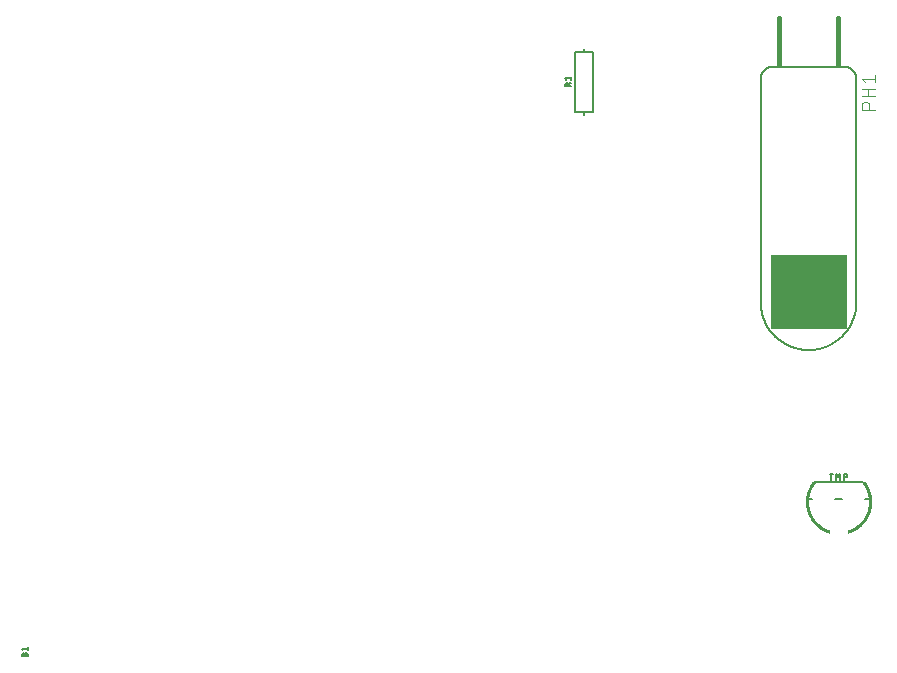
<source format=gbr>
G04 EAGLE Gerber RS-274X export*
G75*
%MOMM*%
%FSLAX34Y34*%
%LPD*%
%INSilkscreen Top*%
%IPPOS*%
%AMOC8*
5,1,8,0,0,1.08239X$1,22.5*%
G01*
%ADD10C,0.127000*%
%ADD11C,0.203200*%
%ADD12C,0.400000*%
%ADD13R,6.500000X6.250000*%
%ADD14C,0.101600*%
%ADD15C,0.020319*%


D10*
X-943116Y618381D02*
X-943116Y619722D01*
X-943117Y619722D02*
X-943115Y619793D01*
X-943109Y619865D01*
X-943100Y619935D01*
X-943087Y620005D01*
X-943070Y620075D01*
X-943049Y620143D01*
X-943025Y620210D01*
X-942997Y620276D01*
X-942966Y620340D01*
X-942931Y620403D01*
X-942893Y620463D01*
X-942852Y620522D01*
X-942808Y620578D01*
X-942761Y620632D01*
X-942712Y620683D01*
X-942659Y620731D01*
X-942604Y620777D01*
X-942547Y620819D01*
X-942487Y620859D01*
X-942426Y620895D01*
X-942362Y620928D01*
X-942297Y620957D01*
X-942231Y620983D01*
X-942163Y621006D01*
X-942094Y621025D01*
X-942024Y621040D01*
X-941954Y621051D01*
X-941883Y621059D01*
X-941812Y621063D01*
X-941740Y621063D01*
X-941669Y621059D01*
X-941598Y621051D01*
X-941528Y621040D01*
X-941458Y621025D01*
X-941389Y621006D01*
X-941321Y620983D01*
X-941255Y620957D01*
X-941190Y620928D01*
X-941126Y620895D01*
X-941065Y620859D01*
X-941005Y620819D01*
X-940948Y620777D01*
X-940893Y620731D01*
X-940840Y620683D01*
X-940791Y620632D01*
X-940744Y620578D01*
X-940700Y620522D01*
X-940659Y620463D01*
X-940621Y620403D01*
X-940586Y620340D01*
X-940555Y620276D01*
X-940527Y620210D01*
X-940503Y620143D01*
X-940482Y620075D01*
X-940465Y620005D01*
X-940452Y619935D01*
X-940443Y619865D01*
X-940437Y619793D01*
X-940435Y619722D01*
X-940435Y618381D01*
X-945261Y618381D01*
X-945261Y619722D01*
X-945259Y619787D01*
X-945253Y619851D01*
X-945243Y619915D01*
X-945230Y619979D01*
X-945212Y620041D01*
X-945191Y620102D01*
X-945167Y620162D01*
X-945138Y620220D01*
X-945106Y620277D01*
X-945071Y620331D01*
X-945033Y620383D01*
X-944991Y620433D01*
X-944947Y620480D01*
X-944900Y620524D01*
X-944850Y620566D01*
X-944798Y620604D01*
X-944744Y620639D01*
X-944687Y620671D01*
X-944629Y620700D01*
X-944569Y620724D01*
X-944508Y620745D01*
X-944446Y620763D01*
X-944382Y620776D01*
X-944318Y620786D01*
X-944254Y620792D01*
X-944189Y620794D01*
X-944124Y620792D01*
X-944060Y620786D01*
X-943996Y620776D01*
X-943932Y620763D01*
X-943870Y620745D01*
X-943809Y620724D01*
X-943749Y620700D01*
X-943691Y620671D01*
X-943634Y620639D01*
X-943580Y620604D01*
X-943528Y620566D01*
X-943478Y620524D01*
X-943431Y620480D01*
X-943387Y620433D01*
X-943345Y620383D01*
X-943307Y620331D01*
X-943272Y620277D01*
X-943240Y620220D01*
X-943211Y620162D01*
X-943187Y620102D01*
X-943166Y620041D01*
X-943148Y619979D01*
X-943135Y619915D01*
X-943125Y619851D01*
X-943119Y619787D01*
X-943117Y619722D01*
X-944189Y623538D02*
X-945261Y624879D01*
X-940435Y624879D01*
X-940435Y626219D02*
X-940435Y623538D01*
D11*
X-248900Y1117600D02*
X-248658Y1117597D01*
X-248417Y1117588D01*
X-248176Y1117574D01*
X-247935Y1117553D01*
X-247695Y1117527D01*
X-247455Y1117495D01*
X-247216Y1117457D01*
X-246979Y1117414D01*
X-246742Y1117364D01*
X-246507Y1117309D01*
X-246273Y1117249D01*
X-246041Y1117182D01*
X-245810Y1117111D01*
X-245581Y1117033D01*
X-245354Y1116950D01*
X-245129Y1116862D01*
X-244906Y1116768D01*
X-244686Y1116669D01*
X-244468Y1116564D01*
X-244253Y1116455D01*
X-244040Y1116340D01*
X-243830Y1116220D01*
X-243624Y1116095D01*
X-243420Y1115965D01*
X-243219Y1115830D01*
X-243022Y1115690D01*
X-242828Y1115546D01*
X-242638Y1115397D01*
X-242452Y1115243D01*
X-242269Y1115085D01*
X-242090Y1114923D01*
X-241915Y1114756D01*
X-241744Y1114585D01*
X-241577Y1114410D01*
X-241415Y1114231D01*
X-241257Y1114048D01*
X-241103Y1113862D01*
X-240954Y1113672D01*
X-240810Y1113478D01*
X-240670Y1113281D01*
X-240535Y1113080D01*
X-240405Y1112876D01*
X-240280Y1112670D01*
X-240160Y1112460D01*
X-240045Y1112247D01*
X-239936Y1112032D01*
X-239831Y1111814D01*
X-239732Y1111594D01*
X-239638Y1111371D01*
X-239550Y1111146D01*
X-239467Y1110919D01*
X-239389Y1110690D01*
X-239318Y1110459D01*
X-239251Y1110227D01*
X-239191Y1109993D01*
X-239136Y1109758D01*
X-239086Y1109521D01*
X-239043Y1109284D01*
X-239005Y1109045D01*
X-238973Y1108805D01*
X-238947Y1108565D01*
X-238926Y1108324D01*
X-238912Y1108083D01*
X-238903Y1107842D01*
X-238900Y1107600D01*
X-238900Y918100D01*
X-238912Y917114D01*
X-238948Y916128D01*
X-239008Y915144D01*
X-239092Y914161D01*
X-239200Y913181D01*
X-239332Y912203D01*
X-239487Y911229D01*
X-239666Y910259D01*
X-239869Y909294D01*
X-240095Y908334D01*
X-240345Y907380D01*
X-240617Y906432D01*
X-240913Y905491D01*
X-241231Y904558D01*
X-241572Y903632D01*
X-241936Y902715D01*
X-242322Y901808D01*
X-242729Y900910D01*
X-243159Y900022D01*
X-243610Y899144D01*
X-244082Y898279D01*
X-244575Y897424D01*
X-245089Y896583D01*
X-245623Y895753D01*
X-246177Y894938D01*
X-246751Y894135D01*
X-247344Y893347D01*
X-247957Y892574D01*
X-248588Y891816D01*
X-249237Y891074D01*
X-249904Y890347D01*
X-250588Y889637D01*
X-251290Y888944D01*
X-252008Y888268D01*
X-252743Y887610D01*
X-253493Y886970D01*
X-254259Y886348D01*
X-255040Y885745D01*
X-255835Y885162D01*
X-256644Y884598D01*
X-257466Y884053D01*
X-258302Y883529D01*
X-259150Y883026D01*
X-260010Y882543D01*
X-260882Y882082D01*
X-261764Y881641D01*
X-262657Y881223D01*
X-263560Y880826D01*
X-264473Y880451D01*
X-265394Y880099D01*
X-266323Y879769D01*
X-267261Y879462D01*
X-268205Y879178D01*
X-269156Y878917D01*
X-270113Y878679D01*
X-271076Y878465D01*
X-272044Y878274D01*
X-273016Y878106D01*
X-273991Y877963D01*
X-274970Y877843D01*
X-275952Y877747D01*
X-276936Y877675D01*
X-277921Y877627D01*
X-278907Y877603D01*
X-279893Y877603D01*
X-280879Y877627D01*
X-281864Y877675D01*
X-282848Y877747D01*
X-283830Y877843D01*
X-284809Y877963D01*
X-285784Y878106D01*
X-286756Y878274D01*
X-287724Y878465D01*
X-288687Y878679D01*
X-289644Y878917D01*
X-290595Y879178D01*
X-291539Y879462D01*
X-292477Y879769D01*
X-293406Y880099D01*
X-294327Y880451D01*
X-295240Y880826D01*
X-296143Y881223D01*
X-297036Y881641D01*
X-297918Y882082D01*
X-298790Y882543D01*
X-299650Y883026D01*
X-300498Y883529D01*
X-301334Y884053D01*
X-302156Y884598D01*
X-302965Y885162D01*
X-303760Y885745D01*
X-304541Y886348D01*
X-305307Y886970D01*
X-306057Y887610D01*
X-306792Y888268D01*
X-307510Y888944D01*
X-308212Y889637D01*
X-308896Y890347D01*
X-309563Y891074D01*
X-310212Y891816D01*
X-310843Y892574D01*
X-311456Y893347D01*
X-312049Y894135D01*
X-312623Y894938D01*
X-313177Y895753D01*
X-313711Y896583D01*
X-314225Y897424D01*
X-314718Y898279D01*
X-315190Y899144D01*
X-315641Y900022D01*
X-316071Y900910D01*
X-316478Y901808D01*
X-316864Y902715D01*
X-317228Y903632D01*
X-317569Y904558D01*
X-317887Y905491D01*
X-318183Y906432D01*
X-318455Y907380D01*
X-318705Y908334D01*
X-318931Y909294D01*
X-319134Y910259D01*
X-319313Y911229D01*
X-319468Y912203D01*
X-319600Y913181D01*
X-319708Y914161D01*
X-319792Y915144D01*
X-319852Y916128D01*
X-319888Y917114D01*
X-319900Y918100D01*
X-319900Y1107600D01*
X-319897Y1107842D01*
X-319888Y1108083D01*
X-319874Y1108324D01*
X-319853Y1108565D01*
X-319827Y1108805D01*
X-319795Y1109045D01*
X-319757Y1109284D01*
X-319714Y1109521D01*
X-319664Y1109758D01*
X-319609Y1109993D01*
X-319549Y1110227D01*
X-319482Y1110459D01*
X-319411Y1110690D01*
X-319333Y1110919D01*
X-319250Y1111146D01*
X-319162Y1111371D01*
X-319068Y1111594D01*
X-318969Y1111814D01*
X-318864Y1112032D01*
X-318755Y1112247D01*
X-318640Y1112460D01*
X-318520Y1112670D01*
X-318395Y1112876D01*
X-318265Y1113080D01*
X-318130Y1113281D01*
X-317990Y1113478D01*
X-317846Y1113672D01*
X-317697Y1113862D01*
X-317543Y1114048D01*
X-317385Y1114231D01*
X-317223Y1114410D01*
X-317056Y1114585D01*
X-316885Y1114756D01*
X-316710Y1114923D01*
X-316531Y1115085D01*
X-316348Y1115243D01*
X-316162Y1115397D01*
X-315972Y1115546D01*
X-315778Y1115690D01*
X-315581Y1115830D01*
X-315380Y1115965D01*
X-315176Y1116095D01*
X-314970Y1116220D01*
X-314760Y1116340D01*
X-314547Y1116455D01*
X-314332Y1116564D01*
X-314114Y1116669D01*
X-313894Y1116768D01*
X-313671Y1116862D01*
X-313446Y1116950D01*
X-313219Y1117033D01*
X-312990Y1117111D01*
X-312759Y1117182D01*
X-312527Y1117249D01*
X-312293Y1117309D01*
X-312058Y1117364D01*
X-311821Y1117414D01*
X-311584Y1117457D01*
X-311345Y1117495D01*
X-311105Y1117527D01*
X-310865Y1117553D01*
X-310624Y1117574D01*
X-310383Y1117588D01*
X-310142Y1117597D01*
X-309900Y1117600D01*
X-248900Y1117600D01*
D12*
X-254400Y1119100D02*
X-254400Y1158850D01*
X-304400Y1158850D02*
X-304400Y1119100D01*
D13*
X-279400Y926350D03*
D14*
X-234442Y1081179D02*
X-222758Y1081179D01*
X-234442Y1081179D02*
X-234442Y1084425D01*
X-234440Y1084538D01*
X-234434Y1084651D01*
X-234424Y1084764D01*
X-234410Y1084877D01*
X-234393Y1084989D01*
X-234371Y1085100D01*
X-234346Y1085210D01*
X-234316Y1085320D01*
X-234283Y1085428D01*
X-234246Y1085535D01*
X-234206Y1085641D01*
X-234161Y1085745D01*
X-234113Y1085848D01*
X-234062Y1085949D01*
X-234007Y1086048D01*
X-233949Y1086145D01*
X-233887Y1086240D01*
X-233822Y1086333D01*
X-233754Y1086423D01*
X-233683Y1086511D01*
X-233608Y1086597D01*
X-233531Y1086680D01*
X-233451Y1086760D01*
X-233368Y1086837D01*
X-233282Y1086912D01*
X-233194Y1086983D01*
X-233104Y1087051D01*
X-233011Y1087116D01*
X-232916Y1087178D01*
X-232819Y1087236D01*
X-232720Y1087291D01*
X-232619Y1087342D01*
X-232516Y1087390D01*
X-232412Y1087435D01*
X-232306Y1087475D01*
X-232199Y1087512D01*
X-232091Y1087545D01*
X-231981Y1087575D01*
X-231871Y1087600D01*
X-231760Y1087622D01*
X-231648Y1087639D01*
X-231535Y1087653D01*
X-231422Y1087663D01*
X-231309Y1087669D01*
X-231196Y1087671D01*
X-231083Y1087669D01*
X-230970Y1087663D01*
X-230857Y1087653D01*
X-230744Y1087639D01*
X-230632Y1087622D01*
X-230521Y1087600D01*
X-230411Y1087575D01*
X-230301Y1087545D01*
X-230193Y1087512D01*
X-230086Y1087475D01*
X-229980Y1087435D01*
X-229876Y1087390D01*
X-229773Y1087342D01*
X-229672Y1087291D01*
X-229573Y1087236D01*
X-229476Y1087178D01*
X-229381Y1087116D01*
X-229288Y1087051D01*
X-229198Y1086983D01*
X-229110Y1086912D01*
X-229024Y1086837D01*
X-228941Y1086760D01*
X-228861Y1086680D01*
X-228784Y1086597D01*
X-228709Y1086511D01*
X-228638Y1086423D01*
X-228570Y1086333D01*
X-228505Y1086240D01*
X-228443Y1086145D01*
X-228385Y1086048D01*
X-228330Y1085949D01*
X-228279Y1085848D01*
X-228231Y1085745D01*
X-228186Y1085641D01*
X-228146Y1085535D01*
X-228109Y1085428D01*
X-228076Y1085320D01*
X-228046Y1085210D01*
X-228021Y1085100D01*
X-227999Y1084989D01*
X-227982Y1084877D01*
X-227968Y1084764D01*
X-227958Y1084651D01*
X-227952Y1084538D01*
X-227950Y1084425D01*
X-227951Y1084425D02*
X-227951Y1081179D01*
X-222758Y1092440D02*
X-234442Y1092440D01*
X-229249Y1092440D02*
X-229249Y1098931D01*
X-234442Y1098931D02*
X-222758Y1098931D01*
X-231846Y1104251D02*
X-234442Y1107496D01*
X-222758Y1107496D01*
X-222758Y1104251D02*
X-222758Y1110742D01*
D11*
X-477520Y1130300D02*
X-477520Y1079500D01*
X-477520Y1130300D02*
X-469900Y1130300D01*
X-462280Y1130300D01*
X-462280Y1079500D01*
X-469900Y1079500D01*
X-477520Y1079500D01*
X-469900Y1130300D02*
X-469900Y1132840D01*
X-469900Y1079500D02*
X-469900Y1076960D01*
D10*
X-480695Y1100848D02*
X-485521Y1100848D01*
X-485521Y1102189D01*
X-485519Y1102260D01*
X-485513Y1102332D01*
X-485504Y1102402D01*
X-485491Y1102472D01*
X-485474Y1102542D01*
X-485453Y1102610D01*
X-485429Y1102677D01*
X-485401Y1102743D01*
X-485370Y1102807D01*
X-485335Y1102870D01*
X-485297Y1102930D01*
X-485256Y1102989D01*
X-485212Y1103045D01*
X-485165Y1103099D01*
X-485116Y1103150D01*
X-485063Y1103198D01*
X-485008Y1103244D01*
X-484951Y1103286D01*
X-484891Y1103326D01*
X-484830Y1103362D01*
X-484766Y1103395D01*
X-484701Y1103424D01*
X-484635Y1103450D01*
X-484567Y1103473D01*
X-484498Y1103492D01*
X-484428Y1103507D01*
X-484358Y1103518D01*
X-484287Y1103526D01*
X-484216Y1103530D01*
X-484144Y1103530D01*
X-484073Y1103526D01*
X-484002Y1103518D01*
X-483932Y1103507D01*
X-483862Y1103492D01*
X-483793Y1103473D01*
X-483725Y1103450D01*
X-483659Y1103424D01*
X-483594Y1103395D01*
X-483530Y1103362D01*
X-483469Y1103326D01*
X-483409Y1103286D01*
X-483352Y1103244D01*
X-483297Y1103198D01*
X-483244Y1103150D01*
X-483195Y1103099D01*
X-483148Y1103045D01*
X-483104Y1102989D01*
X-483063Y1102930D01*
X-483025Y1102870D01*
X-482990Y1102807D01*
X-482959Y1102743D01*
X-482931Y1102677D01*
X-482907Y1102610D01*
X-482886Y1102542D01*
X-482869Y1102472D01*
X-482856Y1102402D01*
X-482847Y1102332D01*
X-482841Y1102260D01*
X-482839Y1102189D01*
X-482840Y1102189D02*
X-482840Y1100848D01*
X-482840Y1102457D02*
X-480695Y1103529D01*
X-484449Y1106271D02*
X-485521Y1107611D01*
X-480695Y1107611D01*
X-480695Y1106271D02*
X-480695Y1108952D01*
D15*
X-245771Y722972D02*
X-246310Y724719D01*
X-245711Y724914D01*
X-245118Y725124D01*
X-244529Y725348D01*
X-243947Y725587D01*
X-243370Y725840D01*
X-242800Y726107D01*
X-242236Y726387D01*
X-241680Y726682D01*
X-241131Y726990D01*
X-240589Y727311D01*
X-240056Y727645D01*
X-239531Y727993D01*
X-239014Y728353D01*
X-238506Y728725D01*
X-238008Y729110D01*
X-237519Y729507D01*
X-237041Y729916D01*
X-236572Y730336D01*
X-236114Y730768D01*
X-235666Y731210D01*
X-235229Y731664D01*
X-234804Y732128D01*
X-234390Y732602D01*
X-233988Y733087D01*
X-233597Y733581D01*
X-233219Y734084D01*
X-232853Y734597D01*
X-232500Y735118D01*
X-232160Y735648D01*
X-231833Y736185D01*
X-231519Y736731D01*
X-231218Y737284D01*
X-230932Y737845D01*
X-230658Y738412D01*
X-230399Y738986D01*
X-230154Y739566D01*
X-229923Y740152D01*
X-229707Y740743D01*
X-229505Y741339D01*
X-229318Y741940D01*
X-229145Y742546D01*
X-228988Y743155D01*
X-228845Y743769D01*
X-228717Y744385D01*
X-228605Y745005D01*
X-228507Y745627D01*
X-228425Y746251D01*
X-228358Y746877D01*
X-228307Y747504D01*
X-228270Y748133D01*
X-228250Y748762D01*
X-228244Y749392D01*
X-228254Y750021D01*
X-228279Y750650D01*
X-228320Y751278D01*
X-228376Y751906D01*
X-228447Y752531D01*
X-228534Y753155D01*
X-228636Y753776D01*
X-228753Y754395D01*
X-228885Y755010D01*
X-229032Y755622D01*
X-229194Y756231D01*
X-229371Y756835D01*
X-229562Y757435D01*
X-229769Y758030D01*
X-229989Y758619D01*
X-230224Y759203D01*
X-230473Y759782D01*
X-230737Y760354D01*
X-231014Y760919D01*
X-231304Y761477D01*
X-231609Y762028D01*
X-231927Y762572D01*
X-232258Y763107D01*
X-232602Y763635D01*
X-232958Y764153D01*
X-233328Y764663D01*
X-233710Y765164D01*
X-232274Y766296D01*
X-232273Y766296D01*
X-231864Y765760D01*
X-231468Y765214D01*
X-231086Y764658D01*
X-230717Y764093D01*
X-230362Y763520D01*
X-230022Y762938D01*
X-229696Y762347D01*
X-229384Y761749D01*
X-229087Y761144D01*
X-228805Y760531D01*
X-228538Y759912D01*
X-228286Y759286D01*
X-228049Y758654D01*
X-227828Y758017D01*
X-227623Y757374D01*
X-227434Y756727D01*
X-227260Y756075D01*
X-227102Y755420D01*
X-226961Y754760D01*
X-226835Y754097D01*
X-226726Y753432D01*
X-226633Y752764D01*
X-226557Y752094D01*
X-226497Y751422D01*
X-226453Y750749D01*
X-226426Y750075D01*
X-226415Y749400D01*
X-226421Y748726D01*
X-226443Y748052D01*
X-226482Y747378D01*
X-226537Y746706D01*
X-226609Y746036D01*
X-226697Y745367D01*
X-226801Y744700D01*
X-226922Y744037D01*
X-227059Y743376D01*
X-227211Y742719D01*
X-227380Y742066D01*
X-227565Y741418D01*
X-227766Y740774D01*
X-227982Y740135D01*
X-228214Y739502D01*
X-228461Y738874D01*
X-228724Y738253D01*
X-229001Y737638D01*
X-229294Y737030D01*
X-229601Y736430D01*
X-229923Y735837D01*
X-230260Y735253D01*
X-230610Y734676D01*
X-230975Y734109D01*
X-231353Y733551D01*
X-231745Y733002D01*
X-232150Y732462D01*
X-232568Y731933D01*
X-232999Y731414D01*
X-233443Y730906D01*
X-233899Y730409D01*
X-234366Y729923D01*
X-234846Y729449D01*
X-235337Y728987D01*
X-235839Y728536D01*
X-236352Y728099D01*
X-236876Y727674D01*
X-237410Y727261D01*
X-237954Y726862D01*
X-238507Y726477D01*
X-239070Y726105D01*
X-239641Y725747D01*
X-240222Y725403D01*
X-240810Y725073D01*
X-241406Y724758D01*
X-242010Y724457D01*
X-242621Y724171D01*
X-243239Y723901D01*
X-243863Y723645D01*
X-244493Y723405D01*
X-245129Y723180D01*
X-245770Y722971D01*
X-245827Y723155D01*
X-245190Y723362D01*
X-244559Y723585D01*
X-243933Y723824D01*
X-243313Y724078D01*
X-242700Y724346D01*
X-242093Y724630D01*
X-241493Y724929D01*
X-240901Y725242D01*
X-240317Y725569D01*
X-239741Y725911D01*
X-239173Y726266D01*
X-238615Y726636D01*
X-238065Y727019D01*
X-237525Y727415D01*
X-236995Y727824D01*
X-236475Y728246D01*
X-235965Y728681D01*
X-235467Y729128D01*
X-234979Y729587D01*
X-234503Y730058D01*
X-234038Y730541D01*
X-233586Y731034D01*
X-233145Y731539D01*
X-232717Y732054D01*
X-232302Y732580D01*
X-231900Y733115D01*
X-231510Y733660D01*
X-231135Y734215D01*
X-230773Y734778D01*
X-230425Y735351D01*
X-230091Y735931D01*
X-229771Y736520D01*
X-229466Y737116D01*
X-229175Y737719D01*
X-228900Y738330D01*
X-228639Y738947D01*
X-228393Y739570D01*
X-228163Y740199D01*
X-227948Y740833D01*
X-227749Y741473D01*
X-227566Y742117D01*
X-227398Y742765D01*
X-227246Y743418D01*
X-227110Y744073D01*
X-226990Y744732D01*
X-226887Y745394D01*
X-226800Y746058D01*
X-226728Y746724D01*
X-226674Y747392D01*
X-226635Y748060D01*
X-226613Y748730D01*
X-226607Y749399D01*
X-226618Y750069D01*
X-226645Y750738D01*
X-226688Y751407D01*
X-226748Y752074D01*
X-226824Y752739D01*
X-226916Y753403D01*
X-227024Y754064D01*
X-227149Y754722D01*
X-227289Y755377D01*
X-227446Y756028D01*
X-227618Y756675D01*
X-227807Y757318D01*
X-228010Y757956D01*
X-228230Y758589D01*
X-228465Y759216D01*
X-228715Y759837D01*
X-228980Y760452D01*
X-229260Y761061D01*
X-229555Y761662D01*
X-229865Y762256D01*
X-230188Y762842D01*
X-230527Y763420D01*
X-230879Y763990D01*
X-231245Y764551D01*
X-231625Y765103D01*
X-232018Y765645D01*
X-232424Y766177D01*
X-232575Y766059D01*
X-232171Y765530D01*
X-231781Y764991D01*
X-231404Y764443D01*
X-231041Y763886D01*
X-230691Y763321D01*
X-230355Y762747D01*
X-230033Y762165D01*
X-229726Y761575D01*
X-229433Y760978D01*
X-229155Y760374D01*
X-228892Y759763D01*
X-228643Y759146D01*
X-228410Y758523D01*
X-228193Y757895D01*
X-227990Y757261D01*
X-227803Y756623D01*
X-227632Y755980D01*
X-227477Y755334D01*
X-227337Y754683D01*
X-227213Y754030D01*
X-227106Y753374D01*
X-227014Y752715D01*
X-226939Y752054D01*
X-226880Y751392D01*
X-226837Y750728D01*
X-226810Y750064D01*
X-226799Y749399D01*
X-226805Y748733D01*
X-226827Y748069D01*
X-226865Y747405D01*
X-226920Y746742D01*
X-226990Y746081D01*
X-227077Y745421D01*
X-227180Y744764D01*
X-227299Y744110D01*
X-227434Y743459D01*
X-227584Y742811D01*
X-227751Y742167D01*
X-227933Y741527D01*
X-228131Y740893D01*
X-228344Y740263D01*
X-228573Y739638D01*
X-228817Y739019D01*
X-229076Y738407D01*
X-229349Y737801D01*
X-229638Y737201D01*
X-229941Y736609D01*
X-230258Y736025D01*
X-230590Y735449D01*
X-230936Y734880D01*
X-231295Y734321D01*
X-231668Y733770D01*
X-232054Y733229D01*
X-232454Y732697D01*
X-232866Y732175D01*
X-233291Y731664D01*
X-233728Y731163D01*
X-234178Y730673D01*
X-234639Y730194D01*
X-235112Y729726D01*
X-235596Y729270D01*
X-236092Y728826D01*
X-236597Y728394D01*
X-237114Y727975D01*
X-237640Y727569D01*
X-238176Y727175D01*
X-238722Y726795D01*
X-239277Y726428D01*
X-239840Y726075D01*
X-240412Y725736D01*
X-240993Y725411D01*
X-241580Y725100D01*
X-242176Y724803D01*
X-242778Y724522D01*
X-243387Y724255D01*
X-244003Y724003D01*
X-244624Y723766D01*
X-245251Y723544D01*
X-245884Y723338D01*
X-245940Y723522D01*
X-245312Y723726D01*
X-244690Y723946D01*
X-244073Y724182D01*
X-243462Y724432D01*
X-242857Y724697D01*
X-242259Y724977D01*
X-241668Y725271D01*
X-241084Y725580D01*
X-240508Y725902D01*
X-239940Y726239D01*
X-239380Y726590D01*
X-238829Y726954D01*
X-238288Y727332D01*
X-237755Y727722D01*
X-237233Y728126D01*
X-236720Y728542D01*
X-236218Y728971D01*
X-235726Y729412D01*
X-235245Y729864D01*
X-234776Y730329D01*
X-234318Y730804D01*
X-233871Y731291D01*
X-233437Y731788D01*
X-233015Y732296D01*
X-232606Y732815D01*
X-232209Y733342D01*
X-231825Y733880D01*
X-231455Y734427D01*
X-231098Y734982D01*
X-230755Y735546D01*
X-230426Y736119D01*
X-230111Y736699D01*
X-229810Y737287D01*
X-229523Y737882D01*
X-229251Y738484D01*
X-228994Y739092D01*
X-228752Y739706D01*
X-228525Y740326D01*
X-228314Y740952D01*
X-228117Y741582D01*
X-227936Y742217D01*
X-227771Y742857D01*
X-227621Y743500D01*
X-227487Y744147D01*
X-227369Y744796D01*
X-227267Y745449D01*
X-227181Y746103D01*
X-227111Y746760D01*
X-227057Y747418D01*
X-227019Y748077D01*
X-226997Y748737D01*
X-226991Y749398D01*
X-227002Y750058D01*
X-227028Y750718D01*
X-227071Y751377D01*
X-227130Y752034D01*
X-227205Y752690D01*
X-227296Y753345D01*
X-227402Y753996D01*
X-227525Y754645D01*
X-227664Y755291D01*
X-227818Y755933D01*
X-227988Y756571D01*
X-228174Y757205D01*
X-228375Y757834D01*
X-228591Y758457D01*
X-228822Y759076D01*
X-229069Y759689D01*
X-229330Y760295D01*
X-229606Y760895D01*
X-229897Y761488D01*
X-230202Y762073D01*
X-230522Y762651D01*
X-230855Y763221D01*
X-231202Y763783D01*
X-231563Y764336D01*
X-231938Y764880D01*
X-232325Y765415D01*
X-232725Y765940D01*
X-232876Y765821D01*
X-232479Y765299D01*
X-232094Y764769D01*
X-231722Y764228D01*
X-231364Y763679D01*
X-231019Y763122D01*
X-230688Y762556D01*
X-230371Y761982D01*
X-230068Y761400D01*
X-229780Y760812D01*
X-229505Y760216D01*
X-229246Y759614D01*
X-229001Y759006D01*
X-228771Y758392D01*
X-228557Y757772D01*
X-228357Y757148D01*
X-228173Y756519D01*
X-228004Y755885D01*
X-227851Y755248D01*
X-227713Y754607D01*
X-227591Y753962D01*
X-227485Y753315D01*
X-227395Y752666D01*
X-227321Y752015D01*
X-227262Y751362D01*
X-227220Y750707D01*
X-227194Y750052D01*
X-227183Y749397D01*
X-227189Y748741D01*
X-227211Y748086D01*
X-227248Y747431D01*
X-227302Y746778D01*
X-227372Y746126D01*
X-227457Y745476D01*
X-227558Y744828D01*
X-227676Y744183D01*
X-227809Y743541D01*
X-227957Y742902D01*
X-228121Y742268D01*
X-228301Y741637D01*
X-228496Y741011D01*
X-228706Y740390D01*
X-228932Y739775D01*
X-229172Y739165D01*
X-229427Y738561D01*
X-229697Y737963D01*
X-229982Y737372D01*
X-230280Y736789D01*
X-230593Y736213D01*
X-230920Y735644D01*
X-231261Y735084D01*
X-231615Y734533D01*
X-231983Y733990D01*
X-232364Y733456D01*
X-232758Y732932D01*
X-233164Y732417D01*
X-233583Y731913D01*
X-234014Y731419D01*
X-234457Y730936D01*
X-234912Y730464D01*
X-235378Y730003D01*
X-235856Y729553D01*
X-236344Y729116D01*
X-236843Y728690D01*
X-237351Y728277D01*
X-237870Y727876D01*
X-238399Y727488D01*
X-238937Y727113D01*
X-239484Y726752D01*
X-240039Y726403D01*
X-240603Y726069D01*
X-241175Y725748D01*
X-241755Y725442D01*
X-242342Y725150D01*
X-242936Y724872D01*
X-243536Y724609D01*
X-244143Y724360D01*
X-244755Y724127D01*
X-245374Y723908D01*
X-245997Y723705D01*
X-246053Y723889D01*
X-245435Y724090D01*
X-244821Y724307D01*
X-244213Y724539D01*
X-243610Y724786D01*
X-243014Y725047D01*
X-242425Y725323D01*
X-241842Y725613D01*
X-241266Y725917D01*
X-240699Y726236D01*
X-240139Y726568D01*
X-239587Y726913D01*
X-239044Y727272D01*
X-238510Y727645D01*
X-237986Y728030D01*
X-237470Y728428D01*
X-236965Y728838D01*
X-236470Y729260D01*
X-235985Y729695D01*
X-235511Y730141D01*
X-235049Y730599D01*
X-234597Y731068D01*
X-234157Y731548D01*
X-233729Y732038D01*
X-233313Y732539D01*
X-232910Y733049D01*
X-232519Y733570D01*
X-232141Y734100D01*
X-231775Y734638D01*
X-231424Y735186D01*
X-231085Y735742D01*
X-230761Y736307D01*
X-230450Y736878D01*
X-230154Y737458D01*
X-229871Y738044D01*
X-229603Y738638D01*
X-229350Y739237D01*
X-229111Y739843D01*
X-228887Y740454D01*
X-228679Y741071D01*
X-228485Y741692D01*
X-228307Y742318D01*
X-228144Y742948D01*
X-227996Y743582D01*
X-227864Y744220D01*
X-227748Y744860D01*
X-227647Y745503D01*
X-227562Y746148D01*
X-227493Y746796D01*
X-227440Y747444D01*
X-227402Y748094D01*
X-227381Y748745D01*
X-227375Y749396D01*
X-227385Y750047D01*
X-227412Y750697D01*
X-227454Y751347D01*
X-227512Y751995D01*
X-227586Y752642D01*
X-227675Y753286D01*
X-227780Y753929D01*
X-227901Y754568D01*
X-228038Y755205D01*
X-228190Y755838D01*
X-228358Y756467D01*
X-228540Y757091D01*
X-228739Y757711D01*
X-228952Y758326D01*
X-229180Y758936D01*
X-229423Y759540D01*
X-229681Y760138D01*
X-229953Y760729D01*
X-230239Y761313D01*
X-230540Y761891D01*
X-230855Y762460D01*
X-231184Y763022D01*
X-231526Y763576D01*
X-231881Y764121D01*
X-232250Y764657D01*
X-232632Y765184D01*
X-233027Y765702D01*
X-233178Y765583D01*
X-232786Y765069D01*
X-232407Y764546D01*
X-232041Y764014D01*
X-231688Y763472D01*
X-231348Y762923D01*
X-231021Y762365D01*
X-230709Y761799D01*
X-230410Y761226D01*
X-230126Y760646D01*
X-229856Y760059D01*
X-229600Y759466D01*
X-229359Y758866D01*
X-229132Y758261D01*
X-228921Y757650D01*
X-228724Y757035D01*
X-228542Y756414D01*
X-228376Y755790D01*
X-228225Y755162D01*
X-228090Y754530D01*
X-227969Y753895D01*
X-227865Y753257D01*
X-227776Y752617D01*
X-227703Y751975D01*
X-227645Y751332D01*
X-227603Y750687D01*
X-227577Y750041D01*
X-227567Y749395D01*
X-227573Y748749D01*
X-227594Y748103D01*
X-227631Y747458D01*
X-227684Y746814D01*
X-227753Y746171D01*
X-227837Y745530D01*
X-227937Y744892D01*
X-228053Y744256D01*
X-228184Y743623D01*
X-228330Y742994D01*
X-228492Y742368D01*
X-228669Y741747D01*
X-228861Y741130D01*
X-229069Y740518D01*
X-229291Y739911D01*
X-229528Y739310D01*
X-229779Y738715D01*
X-230045Y738126D01*
X-230325Y737543D01*
X-230620Y736968D01*
X-230928Y736400D01*
X-231251Y735840D01*
X-231586Y735288D01*
X-231936Y734744D01*
X-232298Y734209D01*
X-232673Y733683D01*
X-233062Y733167D01*
X-233462Y732660D01*
X-233875Y732163D01*
X-234300Y731676D01*
X-234737Y731199D01*
X-235185Y730734D01*
X-235644Y730280D01*
X-236115Y729837D01*
X-236596Y729405D01*
X-237088Y728986D01*
X-237589Y728578D01*
X-238101Y728183D01*
X-238622Y727801D01*
X-239152Y727431D01*
X-239691Y727075D01*
X-240238Y726732D01*
X-240794Y726402D01*
X-241358Y726086D01*
X-241929Y725784D01*
X-242507Y725496D01*
X-243093Y725222D01*
X-243685Y724963D01*
X-244283Y724718D01*
X-244886Y724488D01*
X-245496Y724272D01*
X-246110Y724072D01*
X-246167Y724255D01*
X-245557Y724454D01*
X-244952Y724668D01*
X-244353Y724897D01*
X-243759Y725140D01*
X-243171Y725397D01*
X-242590Y725669D01*
X-242016Y725955D01*
X-241449Y726255D01*
X-240890Y726569D01*
X-240338Y726896D01*
X-239794Y727237D01*
X-239259Y727591D01*
X-238733Y727957D01*
X-238216Y728337D01*
X-237708Y728729D01*
X-237210Y729134D01*
X-236722Y729550D01*
X-236244Y729978D01*
X-235777Y730418D01*
X-235321Y730869D01*
X-234876Y731331D01*
X-234443Y731804D01*
X-234021Y732287D01*
X-233611Y732781D01*
X-233213Y733284D01*
X-232828Y733797D01*
X-232456Y734319D01*
X-232096Y734850D01*
X-231749Y735390D01*
X-231416Y735938D01*
X-231096Y736494D01*
X-230790Y737058D01*
X-230497Y737629D01*
X-230219Y738207D01*
X-229955Y738792D01*
X-229705Y739382D01*
X-229470Y739979D01*
X-229250Y740582D01*
X-229044Y741189D01*
X-228853Y741802D01*
X-228677Y742419D01*
X-228517Y743040D01*
X-228371Y743665D01*
X-228241Y744293D01*
X-228126Y744924D01*
X-228027Y745558D01*
X-227944Y746194D01*
X-227875Y746832D01*
X-227823Y747471D01*
X-227786Y748111D01*
X-227765Y748752D01*
X-227759Y749394D01*
X-227769Y750035D01*
X-227795Y750676D01*
X-227837Y751316D01*
X-227894Y751955D01*
X-227966Y752593D01*
X-228055Y753228D01*
X-228158Y753861D01*
X-228278Y754492D01*
X-228412Y755119D01*
X-228562Y755742D01*
X-228727Y756362D01*
X-228907Y756978D01*
X-229103Y757589D01*
X-229313Y758195D01*
X-229537Y758796D01*
X-229777Y759391D01*
X-230031Y759980D01*
X-230299Y760563D01*
X-230581Y761139D01*
X-230878Y761708D01*
X-231188Y762269D01*
X-231512Y762823D01*
X-231849Y763369D01*
X-232200Y763906D01*
X-232563Y764435D01*
X-232940Y764954D01*
X-233329Y765464D01*
X-233479Y765345D01*
X-233093Y764839D01*
X-232720Y764323D01*
X-232359Y763799D01*
X-232011Y763265D01*
X-231676Y762724D01*
X-231355Y762174D01*
X-231047Y761617D01*
X-230753Y761052D01*
X-230472Y760480D01*
X-230206Y759902D01*
X-229954Y759317D01*
X-229716Y758726D01*
X-229493Y758130D01*
X-229285Y757528D01*
X-229091Y756921D01*
X-228912Y756310D01*
X-228748Y755695D01*
X-228599Y755076D01*
X-228466Y754453D01*
X-228347Y753827D01*
X-228244Y753199D01*
X-228157Y752568D01*
X-228085Y751936D01*
X-228028Y751301D01*
X-227987Y750666D01*
X-227961Y750030D01*
X-227951Y749393D01*
X-227957Y748756D01*
X-227978Y748120D01*
X-228014Y747484D01*
X-228067Y746849D01*
X-228134Y746216D01*
X-228217Y745585D01*
X-228316Y744956D01*
X-228430Y744329D01*
X-228559Y743706D01*
X-228703Y743086D01*
X-228863Y742469D01*
X-229037Y741857D01*
X-229227Y741249D01*
X-229431Y740646D01*
X-229650Y740048D01*
X-229883Y739455D01*
X-230131Y738869D01*
X-230393Y738288D01*
X-230669Y737714D01*
X-230959Y737148D01*
X-231263Y736588D01*
X-231581Y736036D01*
X-231912Y735492D01*
X-232256Y734956D01*
X-232613Y734429D01*
X-232983Y733911D01*
X-233365Y733402D01*
X-233760Y732902D01*
X-234167Y732412D01*
X-234586Y731932D01*
X-235016Y731463D01*
X-235458Y731004D01*
X-235911Y730556D01*
X-236374Y730120D01*
X-236848Y729695D01*
X-237333Y729281D01*
X-237827Y728880D01*
X-238331Y728491D01*
X-238844Y728114D01*
X-239367Y727750D01*
X-239898Y727398D01*
X-240437Y727060D01*
X-240985Y726735D01*
X-241540Y726424D01*
X-242103Y726126D01*
X-242673Y725842D01*
X-243250Y725573D01*
X-243833Y725317D01*
X-244423Y725076D01*
X-245018Y724849D01*
X-245618Y724636D01*
X-246223Y724439D01*
X-246280Y724622D01*
X-245679Y724818D01*
X-245083Y725029D01*
X-244493Y725254D01*
X-243908Y725494D01*
X-243329Y725748D01*
X-242756Y726016D01*
X-242190Y726297D01*
X-241632Y726593D01*
X-241080Y726902D01*
X-240537Y727225D01*
X-240001Y727560D01*
X-239474Y727909D01*
X-238955Y728270D01*
X-238446Y728644D01*
X-237946Y729031D01*
X-237455Y729429D01*
X-236974Y729840D01*
X-236504Y730262D01*
X-236044Y730695D01*
X-235594Y731139D01*
X-235156Y731595D01*
X-234729Y732061D01*
X-234313Y732537D01*
X-233909Y733023D01*
X-233517Y733519D01*
X-233138Y734024D01*
X-232771Y734539D01*
X-232416Y735062D01*
X-232074Y735594D01*
X-231746Y736134D01*
X-231431Y736682D01*
X-231129Y737237D01*
X-230841Y737800D01*
X-230567Y738369D01*
X-230307Y738945D01*
X-230061Y739528D01*
X-229829Y740116D01*
X-229612Y740709D01*
X-229409Y741308D01*
X-229221Y741911D01*
X-229048Y742519D01*
X-228890Y743131D01*
X-228746Y743747D01*
X-228618Y744366D01*
X-228505Y744988D01*
X-228407Y745612D01*
X-228325Y746239D01*
X-228258Y746867D01*
X-228206Y747497D01*
X-228170Y748128D01*
X-228149Y748760D01*
X-228143Y749392D01*
X-228153Y750024D01*
X-228179Y750656D01*
X-228219Y751286D01*
X-228276Y751916D01*
X-228347Y752544D01*
X-228434Y753170D01*
X-228536Y753794D01*
X-228654Y754415D01*
X-228787Y755033D01*
X-228934Y755647D01*
X-229097Y756258D01*
X-229274Y756865D01*
X-229467Y757467D01*
X-229674Y758064D01*
X-229895Y758656D01*
X-230131Y759243D01*
X-230381Y759823D01*
X-230645Y760397D01*
X-230924Y760965D01*
X-231216Y761525D01*
X-231521Y762079D01*
X-231840Y762624D01*
X-232173Y763162D01*
X-232518Y763691D01*
X-232876Y764212D01*
X-233247Y764724D01*
X-233630Y765227D01*
X-275726Y766296D02*
X-274290Y765164D01*
X-274672Y764664D01*
X-275041Y764154D01*
X-275398Y763635D01*
X-275742Y763108D01*
X-276073Y762572D01*
X-276391Y762029D01*
X-276695Y761478D01*
X-276986Y760919D01*
X-277263Y760354D01*
X-277527Y759782D01*
X-277776Y759204D01*
X-278011Y758620D01*
X-278231Y758030D01*
X-278437Y757435D01*
X-278629Y756835D01*
X-278806Y756231D01*
X-278968Y755623D01*
X-279115Y755011D01*
X-279247Y754395D01*
X-279364Y753776D01*
X-279466Y753155D01*
X-279552Y752532D01*
X-279624Y751906D01*
X-279680Y751279D01*
X-279721Y750651D01*
X-279746Y750022D01*
X-279756Y749392D01*
X-279750Y748762D01*
X-279730Y748133D01*
X-279693Y747505D01*
X-279642Y746877D01*
X-279575Y746251D01*
X-279493Y745627D01*
X-279395Y745005D01*
X-279283Y744385D01*
X-279155Y743769D01*
X-279012Y743156D01*
X-278855Y742546D01*
X-278682Y741941D01*
X-278495Y741340D01*
X-278293Y740743D01*
X-278077Y740152D01*
X-277846Y739566D01*
X-277601Y738986D01*
X-277342Y738413D01*
X-277069Y737845D01*
X-276782Y737285D01*
X-276481Y736732D01*
X-276167Y736186D01*
X-275840Y735648D01*
X-275500Y735118D01*
X-275147Y734597D01*
X-274781Y734084D01*
X-274403Y733581D01*
X-274013Y733087D01*
X-273610Y732603D01*
X-273196Y732128D01*
X-272771Y731664D01*
X-272334Y731211D01*
X-271887Y730768D01*
X-271428Y730336D01*
X-270960Y729916D01*
X-270481Y729507D01*
X-269992Y729110D01*
X-269494Y728725D01*
X-268986Y728353D01*
X-268470Y727993D01*
X-267945Y727645D01*
X-267411Y727311D01*
X-266870Y726990D01*
X-266320Y726682D01*
X-265764Y726388D01*
X-265200Y726107D01*
X-264630Y725840D01*
X-264054Y725587D01*
X-263471Y725349D01*
X-262883Y725124D01*
X-262289Y724914D01*
X-261691Y724719D01*
X-262229Y722972D01*
X-262230Y722971D01*
X-262871Y723180D01*
X-263507Y723405D01*
X-264137Y723645D01*
X-264762Y723901D01*
X-265379Y724171D01*
X-265990Y724457D01*
X-266594Y724758D01*
X-267190Y725073D01*
X-267779Y725403D01*
X-268359Y725747D01*
X-268930Y726105D01*
X-269493Y726477D01*
X-270046Y726862D01*
X-270590Y727262D01*
X-271124Y727674D01*
X-271648Y728099D01*
X-272161Y728537D01*
X-272663Y728987D01*
X-273154Y729449D01*
X-273634Y729924D01*
X-274102Y730409D01*
X-274557Y730906D01*
X-275001Y731415D01*
X-275432Y731933D01*
X-275850Y732463D01*
X-276255Y733002D01*
X-276647Y733551D01*
X-277026Y734109D01*
X-277390Y734677D01*
X-277741Y735253D01*
X-278077Y735838D01*
X-278399Y736430D01*
X-278706Y737031D01*
X-278999Y737638D01*
X-279276Y738253D01*
X-279539Y738874D01*
X-279786Y739502D01*
X-280018Y740135D01*
X-280234Y740774D01*
X-280435Y741418D01*
X-280620Y742067D01*
X-280789Y742720D01*
X-280942Y743377D01*
X-281078Y744037D01*
X-281199Y744701D01*
X-281303Y745367D01*
X-281391Y746036D01*
X-281463Y746707D01*
X-281518Y747379D01*
X-281557Y748052D01*
X-281579Y748726D01*
X-281585Y749401D01*
X-281574Y750075D01*
X-281547Y750749D01*
X-281503Y751422D01*
X-281443Y752094D01*
X-281367Y752764D01*
X-281274Y753432D01*
X-281165Y754098D01*
X-281039Y754761D01*
X-280898Y755420D01*
X-280740Y756076D01*
X-280566Y756728D01*
X-280377Y757375D01*
X-280171Y758017D01*
X-279950Y758655D01*
X-279714Y759286D01*
X-279462Y759912D01*
X-279195Y760531D01*
X-278913Y761144D01*
X-278616Y761750D01*
X-278304Y762348D01*
X-277978Y762938D01*
X-277637Y763520D01*
X-277282Y764094D01*
X-276914Y764659D01*
X-276531Y765214D01*
X-276136Y765760D01*
X-275727Y766297D01*
X-275576Y766178D01*
X-275982Y765645D01*
X-276375Y765103D01*
X-276755Y764551D01*
X-277121Y763990D01*
X-277473Y763421D01*
X-277811Y762843D01*
X-278135Y762256D01*
X-278445Y761662D01*
X-278740Y761061D01*
X-279020Y760453D01*
X-279285Y759838D01*
X-279535Y759216D01*
X-279770Y758589D01*
X-279989Y757956D01*
X-280193Y757318D01*
X-280381Y756675D01*
X-280554Y756028D01*
X-280710Y755377D01*
X-280851Y754722D01*
X-280976Y754064D01*
X-281084Y753403D01*
X-281176Y752740D01*
X-281252Y752074D01*
X-281312Y751407D01*
X-281355Y750739D01*
X-281382Y750070D01*
X-281393Y749400D01*
X-281387Y748730D01*
X-281365Y748061D01*
X-281326Y747392D01*
X-281272Y746725D01*
X-281201Y746059D01*
X-281113Y745395D01*
X-281010Y744733D01*
X-280890Y744074D01*
X-280754Y743418D01*
X-280602Y742766D01*
X-280435Y742117D01*
X-280251Y741473D01*
X-280052Y740834D01*
X-279837Y740199D01*
X-279607Y739570D01*
X-279361Y738947D01*
X-279101Y738330D01*
X-278825Y737720D01*
X-278534Y737116D01*
X-278229Y736520D01*
X-277909Y735931D01*
X-277575Y735351D01*
X-277227Y734779D01*
X-276865Y734215D01*
X-276490Y733661D01*
X-276101Y733115D01*
X-275698Y732580D01*
X-275283Y732054D01*
X-274855Y731539D01*
X-274415Y731035D01*
X-273962Y730541D01*
X-273497Y730059D01*
X-273021Y729588D01*
X-272533Y729129D01*
X-272035Y728681D01*
X-271525Y728247D01*
X-271005Y727825D01*
X-270475Y727415D01*
X-269935Y727019D01*
X-269386Y726636D01*
X-268827Y726267D01*
X-268259Y725911D01*
X-267683Y725569D01*
X-267099Y725242D01*
X-266507Y724929D01*
X-265907Y724630D01*
X-265301Y724347D01*
X-264687Y724078D01*
X-264067Y723824D01*
X-263441Y723586D01*
X-262810Y723362D01*
X-262173Y723155D01*
X-262117Y723338D01*
X-262749Y723544D01*
X-263376Y723766D01*
X-263997Y724003D01*
X-264613Y724255D01*
X-265222Y724522D01*
X-265824Y724804D01*
X-266420Y725100D01*
X-267008Y725411D01*
X-267588Y725736D01*
X-268160Y726075D01*
X-268723Y726428D01*
X-269278Y726795D01*
X-269824Y727175D01*
X-270360Y727569D01*
X-270886Y727975D01*
X-271403Y728395D01*
X-271909Y728826D01*
X-272404Y729270D01*
X-272888Y729726D01*
X-273361Y730194D01*
X-273822Y730673D01*
X-274272Y731163D01*
X-274709Y731664D01*
X-275134Y732176D01*
X-275546Y732697D01*
X-275946Y733229D01*
X-276332Y733770D01*
X-276705Y734321D01*
X-277065Y734881D01*
X-277410Y735449D01*
X-277742Y736025D01*
X-278059Y736610D01*
X-278362Y737202D01*
X-278651Y737801D01*
X-278925Y738407D01*
X-279184Y739020D01*
X-279427Y739638D01*
X-279656Y740263D01*
X-279869Y740893D01*
X-280067Y741528D01*
X-280249Y742167D01*
X-280416Y742811D01*
X-280566Y743459D01*
X-280701Y744110D01*
X-280820Y744765D01*
X-280923Y745422D01*
X-281010Y746081D01*
X-281080Y746742D01*
X-281135Y747405D01*
X-281173Y748069D01*
X-281195Y748734D01*
X-281201Y749399D01*
X-281190Y750064D01*
X-281163Y750728D01*
X-281120Y751392D01*
X-281061Y752055D01*
X-280986Y752715D01*
X-280894Y753374D01*
X-280787Y754030D01*
X-280663Y754684D01*
X-280523Y755334D01*
X-280368Y755981D01*
X-280197Y756623D01*
X-280010Y757262D01*
X-279807Y757895D01*
X-279589Y758523D01*
X-279356Y759146D01*
X-279108Y759763D01*
X-278845Y760374D01*
X-278567Y760978D01*
X-278274Y761575D01*
X-277966Y762165D01*
X-277645Y762747D01*
X-277309Y763321D01*
X-276959Y763887D01*
X-276596Y764444D01*
X-276219Y764992D01*
X-275828Y765530D01*
X-275425Y766059D01*
X-275274Y765940D01*
X-275675Y765415D01*
X-276062Y764880D01*
X-276436Y764336D01*
X-276797Y763783D01*
X-277145Y763222D01*
X-277478Y762652D01*
X-277797Y762074D01*
X-278103Y761488D01*
X-278393Y760895D01*
X-278670Y760295D01*
X-278931Y759689D01*
X-279178Y759076D01*
X-279409Y758458D01*
X-279625Y757834D01*
X-279826Y757205D01*
X-280012Y756571D01*
X-280182Y755933D01*
X-280336Y755291D01*
X-280475Y754645D01*
X-280598Y753997D01*
X-280704Y753345D01*
X-280795Y752691D01*
X-280870Y752035D01*
X-280929Y751377D01*
X-280972Y750718D01*
X-280998Y750058D01*
X-281009Y749398D01*
X-281003Y748738D01*
X-280981Y748078D01*
X-280943Y747418D01*
X-280889Y746760D01*
X-280819Y746104D01*
X-280733Y745449D01*
X-280631Y744797D01*
X-280513Y744147D01*
X-280379Y743500D01*
X-280229Y742857D01*
X-280064Y742218D01*
X-279883Y741583D01*
X-279687Y740952D01*
X-279475Y740327D01*
X-279248Y739707D01*
X-279006Y739092D01*
X-278749Y738484D01*
X-278477Y737882D01*
X-278190Y737287D01*
X-277890Y736699D01*
X-277574Y736119D01*
X-277245Y735547D01*
X-276902Y734983D01*
X-276545Y734427D01*
X-276175Y733880D01*
X-275791Y733343D01*
X-275394Y732815D01*
X-274985Y732297D01*
X-274563Y731789D01*
X-274129Y731291D01*
X-273683Y730805D01*
X-273225Y730329D01*
X-272755Y729865D01*
X-272274Y729412D01*
X-271783Y728971D01*
X-271280Y728542D01*
X-270768Y728126D01*
X-270245Y727723D01*
X-269713Y727332D01*
X-269171Y726954D01*
X-268620Y726590D01*
X-268060Y726239D01*
X-267492Y725903D01*
X-266916Y725580D01*
X-266333Y725271D01*
X-265742Y724977D01*
X-265143Y724697D01*
X-264539Y724432D01*
X-263927Y724182D01*
X-263310Y723946D01*
X-262688Y723726D01*
X-262060Y723522D01*
X-262003Y723705D01*
X-262627Y723908D01*
X-263245Y724127D01*
X-263858Y724360D01*
X-264464Y724609D01*
X-265065Y724872D01*
X-265659Y725150D01*
X-266246Y725442D01*
X-266825Y725749D01*
X-267397Y726069D01*
X-267961Y726404D01*
X-268517Y726752D01*
X-269063Y727113D01*
X-269601Y727488D01*
X-270130Y727876D01*
X-270649Y728277D01*
X-271158Y728690D01*
X-271656Y729116D01*
X-272145Y729553D01*
X-272622Y730003D01*
X-273088Y730464D01*
X-273543Y730936D01*
X-273986Y731420D01*
X-274417Y731913D01*
X-274836Y732418D01*
X-275243Y732932D01*
X-275636Y733456D01*
X-276017Y733990D01*
X-276385Y734533D01*
X-276739Y735085D01*
X-277080Y735645D01*
X-277407Y736213D01*
X-277720Y736789D01*
X-278019Y737373D01*
X-278303Y737963D01*
X-278573Y738561D01*
X-278828Y739165D01*
X-279068Y739775D01*
X-279294Y740391D01*
X-279504Y741012D01*
X-279699Y741638D01*
X-279879Y742268D01*
X-280043Y742903D01*
X-280191Y743541D01*
X-280324Y744183D01*
X-280442Y744829D01*
X-280543Y745476D01*
X-280629Y746126D01*
X-280698Y746778D01*
X-280752Y747432D01*
X-280790Y748086D01*
X-280811Y748742D01*
X-280817Y749397D01*
X-280806Y750053D01*
X-280780Y750708D01*
X-280738Y751362D01*
X-280679Y752015D01*
X-280605Y752666D01*
X-280515Y753316D01*
X-280409Y753963D01*
X-280287Y754607D01*
X-280149Y755248D01*
X-279996Y755886D01*
X-279827Y756519D01*
X-279643Y757148D01*
X-279443Y757773D01*
X-279229Y758392D01*
X-278999Y759006D01*
X-278754Y759615D01*
X-278494Y760217D01*
X-278220Y760812D01*
X-277932Y761401D01*
X-277629Y761982D01*
X-277311Y762556D01*
X-276980Y763122D01*
X-276636Y763680D01*
X-276277Y764229D01*
X-275906Y764769D01*
X-275521Y765300D01*
X-275123Y765821D01*
X-274973Y765702D01*
X-275367Y765185D01*
X-275749Y764658D01*
X-276118Y764121D01*
X-276474Y763576D01*
X-276816Y763023D01*
X-277145Y762461D01*
X-277460Y761891D01*
X-277760Y761314D01*
X-278047Y760729D01*
X-278319Y760138D01*
X-278577Y759540D01*
X-278820Y758936D01*
X-279048Y758327D01*
X-279261Y757712D01*
X-279459Y757092D01*
X-279642Y756467D01*
X-279810Y755838D01*
X-279962Y755205D01*
X-280098Y754569D01*
X-280219Y753929D01*
X-280325Y753287D01*
X-280414Y752642D01*
X-280488Y751995D01*
X-280546Y751347D01*
X-280588Y750697D01*
X-280615Y750047D01*
X-280625Y749396D01*
X-280619Y748745D01*
X-280598Y748095D01*
X-280560Y747445D01*
X-280507Y746796D01*
X-280438Y746149D01*
X-280353Y745504D01*
X-280252Y744860D01*
X-280136Y744220D01*
X-280004Y743583D01*
X-279856Y742949D01*
X-279693Y742318D01*
X-279515Y741692D01*
X-279321Y741071D01*
X-279113Y740454D01*
X-278889Y739843D01*
X-278650Y739238D01*
X-278397Y738638D01*
X-278129Y738045D01*
X-277847Y737458D01*
X-277550Y736879D01*
X-277239Y736307D01*
X-276915Y735743D01*
X-276577Y735186D01*
X-276225Y734639D01*
X-275860Y734100D01*
X-275482Y733570D01*
X-275091Y733050D01*
X-274687Y732539D01*
X-274271Y732038D01*
X-273843Y731548D01*
X-273403Y731068D01*
X-272952Y730599D01*
X-272489Y730141D01*
X-272015Y729695D01*
X-271530Y729261D01*
X-271035Y728838D01*
X-270530Y728428D01*
X-270015Y728030D01*
X-269490Y727645D01*
X-268956Y727273D01*
X-268413Y726913D01*
X-267861Y726568D01*
X-267302Y726236D01*
X-266734Y725918D01*
X-266158Y725613D01*
X-265576Y725323D01*
X-264986Y725047D01*
X-264390Y724786D01*
X-263788Y724539D01*
X-263179Y724307D01*
X-262566Y724090D01*
X-261947Y723889D01*
X-261890Y724072D01*
X-262505Y724272D01*
X-263114Y724488D01*
X-263718Y724718D01*
X-264316Y724963D01*
X-264907Y725222D01*
X-265493Y725496D01*
X-266071Y725784D01*
X-266642Y726086D01*
X-267206Y726402D01*
X-267762Y726732D01*
X-268310Y727075D01*
X-268849Y727432D01*
X-269379Y727801D01*
X-269900Y728184D01*
X-270411Y728579D01*
X-270913Y728986D01*
X-271404Y729405D01*
X-271885Y729837D01*
X-272356Y730280D01*
X-272815Y730734D01*
X-273264Y731200D01*
X-273700Y731676D01*
X-274125Y732163D01*
X-274538Y732660D01*
X-274939Y733167D01*
X-275327Y733684D01*
X-275702Y734210D01*
X-276065Y734745D01*
X-276414Y735288D01*
X-276750Y735841D01*
X-277072Y736401D01*
X-277380Y736969D01*
X-277675Y737544D01*
X-277955Y738126D01*
X-278221Y738715D01*
X-278473Y739310D01*
X-278709Y739911D01*
X-278932Y740518D01*
X-279139Y741130D01*
X-279331Y741747D01*
X-279508Y742369D01*
X-279670Y742994D01*
X-279816Y743624D01*
X-279947Y744257D01*
X-280063Y744892D01*
X-280163Y745531D01*
X-280247Y746171D01*
X-280316Y746814D01*
X-280369Y747458D01*
X-280406Y748103D01*
X-280427Y748749D01*
X-280433Y749395D01*
X-280423Y750041D01*
X-280397Y750687D01*
X-280355Y751332D01*
X-280297Y751976D01*
X-280224Y752618D01*
X-280135Y753258D01*
X-280030Y753895D01*
X-279910Y754530D01*
X-279775Y755162D01*
X-279624Y755790D01*
X-279457Y756415D01*
X-279276Y757035D01*
X-279079Y757651D01*
X-278868Y758261D01*
X-278641Y758866D01*
X-278400Y759466D01*
X-278144Y760059D01*
X-277874Y760646D01*
X-277589Y761227D01*
X-277291Y761800D01*
X-276978Y762365D01*
X-276652Y762923D01*
X-276312Y763473D01*
X-275959Y764014D01*
X-275593Y764546D01*
X-275214Y765070D01*
X-274822Y765584D01*
X-274671Y765465D01*
X-275060Y764955D01*
X-275436Y764435D01*
X-275800Y763907D01*
X-276151Y763369D01*
X-276488Y762824D01*
X-276812Y762270D01*
X-277122Y761708D01*
X-277418Y761139D01*
X-277701Y760563D01*
X-277969Y759981D01*
X-278223Y759392D01*
X-278462Y758797D01*
X-278687Y758196D01*
X-278897Y757590D01*
X-279092Y756979D01*
X-279273Y756363D01*
X-279438Y755743D01*
X-279588Y755119D01*
X-279722Y754492D01*
X-279841Y753862D01*
X-279945Y753229D01*
X-280034Y752593D01*
X-280106Y751956D01*
X-280163Y751317D01*
X-280205Y750677D01*
X-280231Y750036D01*
X-280241Y749394D01*
X-280235Y748753D01*
X-280214Y748112D01*
X-280177Y747471D01*
X-280125Y746832D01*
X-280057Y746194D01*
X-279973Y745558D01*
X-279874Y744924D01*
X-279759Y744293D01*
X-279629Y743665D01*
X-279483Y743040D01*
X-279323Y742419D01*
X-279147Y741802D01*
X-278956Y741190D01*
X-278751Y740582D01*
X-278530Y739980D01*
X-278295Y739383D01*
X-278045Y738792D01*
X-277781Y738207D01*
X-277503Y737629D01*
X-277211Y737058D01*
X-276904Y736494D01*
X-276584Y735938D01*
X-276251Y735390D01*
X-275904Y734851D01*
X-275545Y734319D01*
X-275172Y733797D01*
X-274787Y733284D01*
X-274389Y732781D01*
X-273979Y732288D01*
X-273557Y731804D01*
X-273124Y731331D01*
X-272679Y730869D01*
X-272223Y730418D01*
X-271756Y729978D01*
X-271278Y729550D01*
X-270790Y729134D01*
X-270292Y728729D01*
X-269785Y728337D01*
X-269267Y727958D01*
X-268741Y727591D01*
X-268206Y727237D01*
X-267662Y726896D01*
X-267111Y726569D01*
X-266551Y726255D01*
X-265984Y725955D01*
X-265410Y725669D01*
X-264829Y725398D01*
X-264241Y725140D01*
X-263648Y724897D01*
X-263048Y724668D01*
X-262443Y724455D01*
X-261834Y724256D01*
X-261777Y724439D01*
X-262382Y724637D01*
X-262983Y724849D01*
X-263578Y725076D01*
X-264167Y725317D01*
X-264750Y725573D01*
X-265327Y725843D01*
X-265897Y726126D01*
X-266460Y726424D01*
X-267015Y726736D01*
X-267563Y727060D01*
X-268103Y727399D01*
X-268634Y727750D01*
X-269156Y728114D01*
X-269669Y728491D01*
X-270173Y728880D01*
X-270668Y729282D01*
X-271152Y729695D01*
X-271626Y730120D01*
X-272090Y730557D01*
X-272542Y731004D01*
X-272984Y731463D01*
X-273414Y731933D01*
X-273833Y732412D01*
X-274240Y732902D01*
X-274635Y733402D01*
X-275017Y733911D01*
X-275387Y734429D01*
X-275744Y734956D01*
X-276088Y735492D01*
X-276419Y736036D01*
X-276737Y736588D01*
X-277041Y737148D01*
X-277331Y737715D01*
X-277607Y738289D01*
X-277869Y738869D01*
X-278117Y739455D01*
X-278351Y740048D01*
X-278569Y740646D01*
X-278774Y741249D01*
X-278963Y741857D01*
X-279137Y742469D01*
X-279297Y743086D01*
X-279441Y743706D01*
X-279570Y744330D01*
X-279684Y744956D01*
X-279783Y745585D01*
X-279866Y746217D01*
X-279934Y746850D01*
X-279986Y747484D01*
X-280022Y748120D01*
X-280043Y748757D01*
X-280049Y749393D01*
X-280039Y750030D01*
X-280013Y750666D01*
X-279972Y751302D01*
X-279915Y751936D01*
X-279843Y752569D01*
X-279755Y753200D01*
X-279652Y753828D01*
X-279534Y754454D01*
X-279401Y755076D01*
X-279252Y755695D01*
X-279088Y756311D01*
X-278909Y756922D01*
X-278715Y757528D01*
X-278507Y758130D01*
X-278284Y758727D01*
X-278046Y759317D01*
X-277794Y759902D01*
X-277528Y760481D01*
X-277247Y761052D01*
X-276953Y761617D01*
X-276645Y762174D01*
X-276324Y762724D01*
X-275989Y763266D01*
X-275641Y763799D01*
X-275280Y764324D01*
X-274906Y764839D01*
X-274520Y765346D01*
X-274369Y765227D01*
X-274753Y764724D01*
X-275124Y764212D01*
X-275482Y763692D01*
X-275827Y763162D01*
X-276159Y762625D01*
X-276478Y762079D01*
X-276784Y761526D01*
X-277076Y760965D01*
X-277354Y760398D01*
X-277619Y759823D01*
X-277869Y759243D01*
X-278105Y758657D01*
X-278326Y758065D01*
X-278533Y757467D01*
X-278726Y756865D01*
X-278903Y756259D01*
X-279066Y755648D01*
X-279213Y755033D01*
X-279346Y754415D01*
X-279463Y753794D01*
X-279566Y753170D01*
X-279653Y752544D01*
X-279724Y751916D01*
X-279781Y751287D01*
X-279821Y750656D01*
X-279847Y750024D01*
X-279857Y749393D01*
X-279851Y748760D01*
X-279830Y748129D01*
X-279794Y747498D01*
X-279742Y746868D01*
X-279675Y746239D01*
X-279593Y745613D01*
X-279495Y744988D01*
X-279382Y744366D01*
X-279254Y743747D01*
X-279110Y743132D01*
X-278952Y742520D01*
X-278779Y741912D01*
X-278591Y741308D01*
X-278388Y740710D01*
X-278171Y740116D01*
X-277939Y739528D01*
X-277693Y738946D01*
X-277433Y738370D01*
X-277159Y737800D01*
X-276871Y737238D01*
X-276569Y736682D01*
X-276254Y736134D01*
X-275926Y735594D01*
X-275584Y735062D01*
X-275230Y734539D01*
X-274863Y734025D01*
X-274483Y733519D01*
X-274091Y733023D01*
X-273687Y732537D01*
X-273272Y732061D01*
X-272844Y731595D01*
X-272406Y731140D01*
X-271957Y730695D01*
X-271497Y730262D01*
X-271026Y729840D01*
X-270545Y729429D01*
X-270055Y729031D01*
X-269554Y728645D01*
X-269045Y728271D01*
X-268526Y727909D01*
X-267999Y727560D01*
X-267463Y727225D01*
X-266920Y726902D01*
X-266369Y726593D01*
X-265810Y726298D01*
X-265244Y726016D01*
X-264672Y725748D01*
X-264093Y725494D01*
X-263508Y725254D01*
X-262917Y725029D01*
X-262321Y724819D01*
X-261720Y724622D01*
D11*
X-274945Y765810D02*
X-233055Y765810D01*
X-231463Y751840D02*
X-227451Y751840D01*
X-251137Y751840D02*
X-256863Y751840D01*
X-276537Y751840D02*
X-280549Y751840D01*
D10*
X-260017Y767715D02*
X-260017Y772541D01*
X-261357Y772541D02*
X-258676Y772541D01*
X-255956Y772541D02*
X-255956Y767715D01*
X-254348Y769860D02*
X-255956Y772541D01*
X-254348Y769860D02*
X-252739Y772541D01*
X-252739Y767715D01*
X-249324Y767715D02*
X-249324Y772541D01*
X-247983Y772541D01*
X-247912Y772539D01*
X-247840Y772533D01*
X-247770Y772524D01*
X-247700Y772511D01*
X-247630Y772494D01*
X-247562Y772473D01*
X-247495Y772449D01*
X-247429Y772421D01*
X-247365Y772390D01*
X-247302Y772355D01*
X-247242Y772317D01*
X-247183Y772276D01*
X-247127Y772232D01*
X-247073Y772185D01*
X-247022Y772136D01*
X-246974Y772083D01*
X-246928Y772028D01*
X-246886Y771971D01*
X-246846Y771911D01*
X-246810Y771850D01*
X-246777Y771786D01*
X-246748Y771721D01*
X-246722Y771655D01*
X-246699Y771587D01*
X-246680Y771518D01*
X-246665Y771448D01*
X-246654Y771378D01*
X-246646Y771307D01*
X-246642Y771236D01*
X-246642Y771164D01*
X-246646Y771093D01*
X-246654Y771022D01*
X-246665Y770952D01*
X-246680Y770882D01*
X-246699Y770813D01*
X-246722Y770745D01*
X-246748Y770679D01*
X-246777Y770614D01*
X-246810Y770550D01*
X-246846Y770489D01*
X-246886Y770429D01*
X-246928Y770372D01*
X-246974Y770317D01*
X-247022Y770264D01*
X-247073Y770215D01*
X-247127Y770168D01*
X-247183Y770124D01*
X-247242Y770083D01*
X-247302Y770045D01*
X-247365Y770010D01*
X-247429Y769979D01*
X-247495Y769951D01*
X-247562Y769927D01*
X-247630Y769906D01*
X-247700Y769889D01*
X-247770Y769876D01*
X-247840Y769867D01*
X-247912Y769861D01*
X-247983Y769859D01*
X-247983Y769860D02*
X-249324Y769860D01*
M02*

</source>
